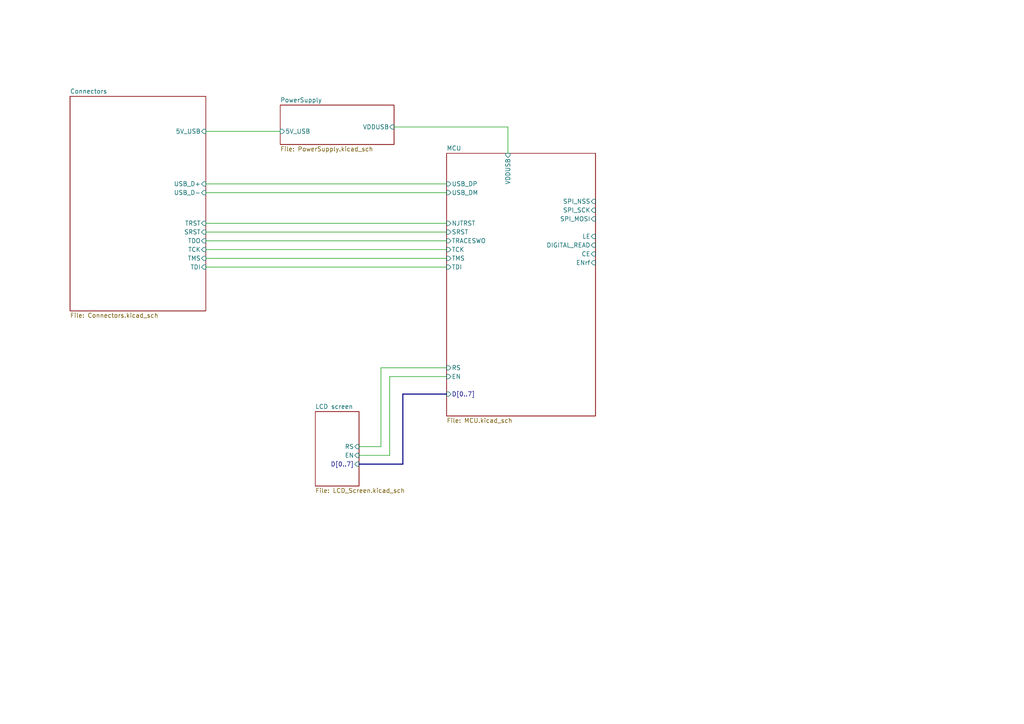
<source format=kicad_sch>
(kicad_sch (version 20230121) (generator eeschema)
  (paper "A4")
  (lib_symbols)
  (wire (pts (xy 59.69 53.34) (xy 129.54 53.34)))
  (wire (pts (xy 104.14 132.08) (xy 113.03 132.08)))
  (wire (pts (xy 113.03 109.22) (xy 113.03 132.08)))
  (wire (pts (xy 59.69 77.47) (xy 129.54 77.47)))
  (wire (pts (xy 104.14 129.54) (xy 110.49 129.54)))
  (wire (pts (xy 114.3 36.83) (xy 147.32 36.83)))
  (wire (pts (xy 59.69 74.93) (xy 129.54 74.93)))
  (wire (pts (xy 59.69 69.85) (xy 129.54 69.85)))
  (wire (pts (xy 59.69 64.77) (xy 129.54 64.77)))
  (wire (pts (xy 110.49 106.68) (xy 110.49 129.54)))
  (wire (pts (xy 59.69 72.39) (xy 129.54 72.39)))
  (bus (pts (xy 116.84 114.3) (xy 116.84 134.62)))
  (wire (pts (xy 59.69 55.88) (xy 129.54 55.88)))
  (wire (pts (xy 129.54 109.22) (xy 113.03 109.22)))
  (wire (pts (xy 59.69 38.1) (xy 81.28 38.1)))
  (wire (pts (xy 129.54 106.68) (xy 110.49 106.68)))
  (bus (pts (xy 129.54 114.3) (xy 116.84 114.3)))
  (bus (pts (xy 104.14 134.62) (xy 116.84 134.62)))
  (wire (pts (xy 59.69 67.31) (xy 129.54 67.31)))
  (wire (pts (xy 147.32 36.83) (xy 147.32 44.45)))
  (sheet (at 81.28 30.48) (size 33.02 11.43)
    (property "Sheetname" "PowerSupply" (at 81.28 29.7684 0) (effects (justify left bottom)))
    (property "Sheetfile" "PowerSupply.kicad_sch" (at 81.28 42.4946 0) (effects (justify left top)))
    (pin "5V_USB" input (at 81.28 38.1 180))
    (pin "VDDUSB" input (at 114.3 36.83 0))
  )
  (sheet (at 129.54 44.45) (size 43.18 76.2) (stroke (width 0.1524))
    (property "Sheetname" "MCU" (at 129.54 43.7384 0) (effects (justify left bottom)))
    (property "Sheetfile" "MCU.kicad_sch" (at 129.54 121.2346 0) (effects (justify left top)))
    (pin "VDDUSB" input (at 147.32 44.45 90))
    (pin "D[0..7]" input (at 129.54 114.3 180))
    (pin "SPI_NSS" input (at 172.72 58.42 0))
    (pin "SPI_SCK" input (at 172.72 60.96 0))
    (pin "SPI_MOSI" input (at 172.72 63.5 0))
    (pin "USB_DM" input (at 129.54 55.88 180))
    (pin "USB_DP" input (at 129.54 53.34 180))
    (pin "RS" input (at 129.54 106.68 180))
    (pin "EN" input (at 129.54 109.22 180))
    (pin "DIGITAL_READ" input (at 172.72 71.12 0))
    (pin "LE" input (at 172.72 68.58 0))
    (pin "CE" input (at 172.72 73.66 0))
    (pin "ENrf" input (at 172.72 76.2 0))
    (pin "NJTRST" input (at 129.54 64.77 180))
    (pin "TRACESWO" input (at 129.54 69.85 180))
    (pin "TCK" input (at 129.54 72.39 180))
    (pin "TMS" input (at 129.54 74.93 180))
    (pin "TDI" input (at 129.54 77.47 180))
    (pin "SRST" input (at 129.54 67.31 180))
  )
  (sheet (at 20.32 27.94) (size 39.37 62.23) (stroke (width 0.1524))
    (property "Sheetname" "Connectors" (at 20.32 27.2284 0) (effects (justify left bottom)))
    (property "Sheetfile" "Connectors.kicad_sch" (at 20.32 90.7546 0) (effects (justify left top)))
    (pin "5V_USB" input (at 59.69 38.1 0))
    (pin "TRST" input (at 59.69 64.77 0))
    (pin "SRST" input (at 59.69 67.31 0))
    (pin "TCK" input (at 59.69 72.39 0))
    (pin "TMS" input (at 59.69 74.93 0))
    (pin "TDO" input (at 59.69 69.85 0))
    (pin "TDI" input (at 59.69 77.47 0))
    (pin "USB_D-" input (at 59.69 55.88 0))
    (pin "USB_D+" input (at 59.69 53.34 0))
  )
  (sheet (at 91.44 119.38) (size 12.7 21.59) (stroke (width 0.1524))
    (property "Sheetname" "LCD screen" (at 91.44 118.6684 0) (effects (justify left bottom)))
    (property "Sheetfile" "LCD_Screen.kicad_sch" (at 91.44 141.5546 0) (effects (justify left top)))
    (pin "EN" input (at 104.14 132.08 0))
    (pin "RS" input (at 104.14 129.54 0))
    (pin "D[0..7]" input (at 104.14 134.62 0))
  )
)
</source>
